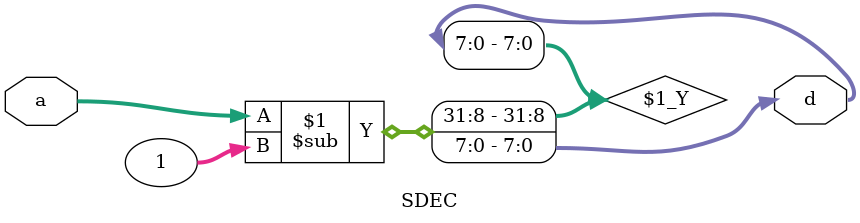
<source format=v>
`timescale 1ns / 1ps
module SDEC #(parameter DATAWIDTH = 8) ( a, d);
    input signed [DATAWIDTH-1:0] a;
    output signed [DATAWIDTH-1:0] d;
    
    assign d = a-1;
endmodule

</source>
